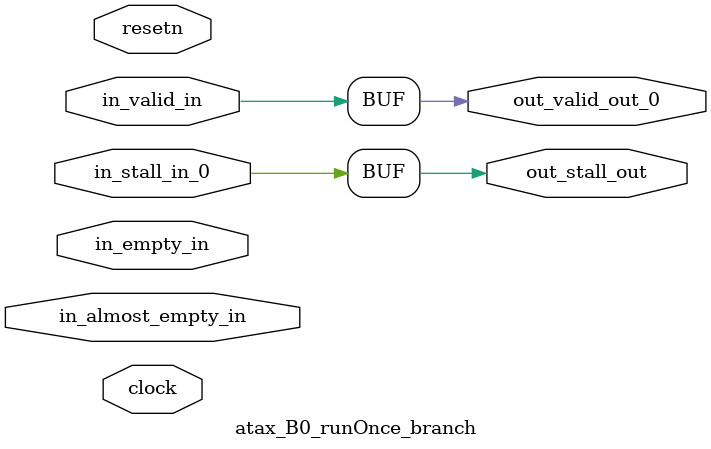
<source format=sv>



(* altera_attribute = "-name AUTO_SHIFT_REGISTER_RECOGNITION OFF; -name MESSAGE_DISABLE 10036; -name MESSAGE_DISABLE 10037; -name MESSAGE_DISABLE 14130; -name MESSAGE_DISABLE 14320; -name MESSAGE_DISABLE 15400; -name MESSAGE_DISABLE 14130; -name MESSAGE_DISABLE 10036; -name MESSAGE_DISABLE 12020; -name MESSAGE_DISABLE 12030; -name MESSAGE_DISABLE 12010; -name MESSAGE_DISABLE 12110; -name MESSAGE_DISABLE 14320; -name MESSAGE_DISABLE 13410; -name MESSAGE_DISABLE 113007; -name MESSAGE_DISABLE 10958" *)
module atax_B0_runOnce_branch (
    input wire [0:0] in_almost_empty_in,
    input wire [0:0] in_empty_in,
    input wire [0:0] in_stall_in_0,
    input wire [0:0] in_valid_in,
    output wire [0:0] out_stall_out,
    output wire [0:0] out_valid_out_0,
    input wire clock,
    input wire resetn
    );

    reg [0:0] rst_sync_rst_sclrn;


    // out_stall_out(GPOUT,6)
    assign out_stall_out = in_stall_in_0;

    // out_valid_out_0(GPOUT,7)
    assign out_valid_out_0 = in_valid_in;

    // rst_sync(RESETSYNC,8)
    acl_reset_handler #(
        .ASYNC_RESET(0),
        .USE_SYNCHRONIZER(1),
        .PULSE_EXTENSION(0),
        .PIPE_DEPTH(3),
        .DUPLICATE(1)
    ) therst_sync (
        .clk(clock),
        .i_resetn(resetn),
        .o_sclrn(rst_sync_rst_sclrn)
    );

endmodule

</source>
